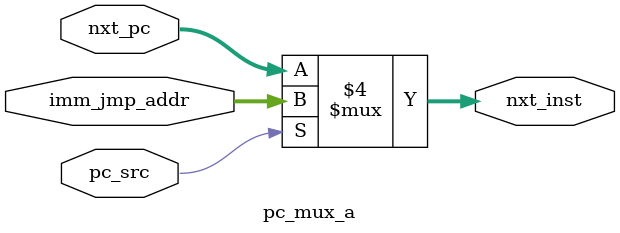
<source format=v>


`timescale 1ns/10ps

module pc_mux_a (
    pc_src,
    imm_jmp_addr,
    nxt_pc,
    nxt_inst
);
// PC Mux A
// :param pc_src: Which instruction to use, 0 for nxt_pc, 1, for imm_jmp_addr.
// :param imm_jmp_addr: a new PC value from the EX/MEM register
// :param nxt_pc: sequential next PC from pc_adder
// :param nxt_inst: actual next instruction address to pc_mux_b
// :return: generator logic

input [0:0] pc_src;
input [31:0] imm_jmp_addr;
input [31:0] nxt_pc;
output [31:0] nxt_inst;
reg [31:0] nxt_inst;






always @(nxt_pc, pc_src, imm_jmp_addr) begin: PC_MUX_A_LOGIC
    if ((pc_src == 1)) begin
        nxt_inst = imm_jmp_addr;
    end
    else begin
        nxt_inst = nxt_pc;
    end
end

endmodule

</source>
